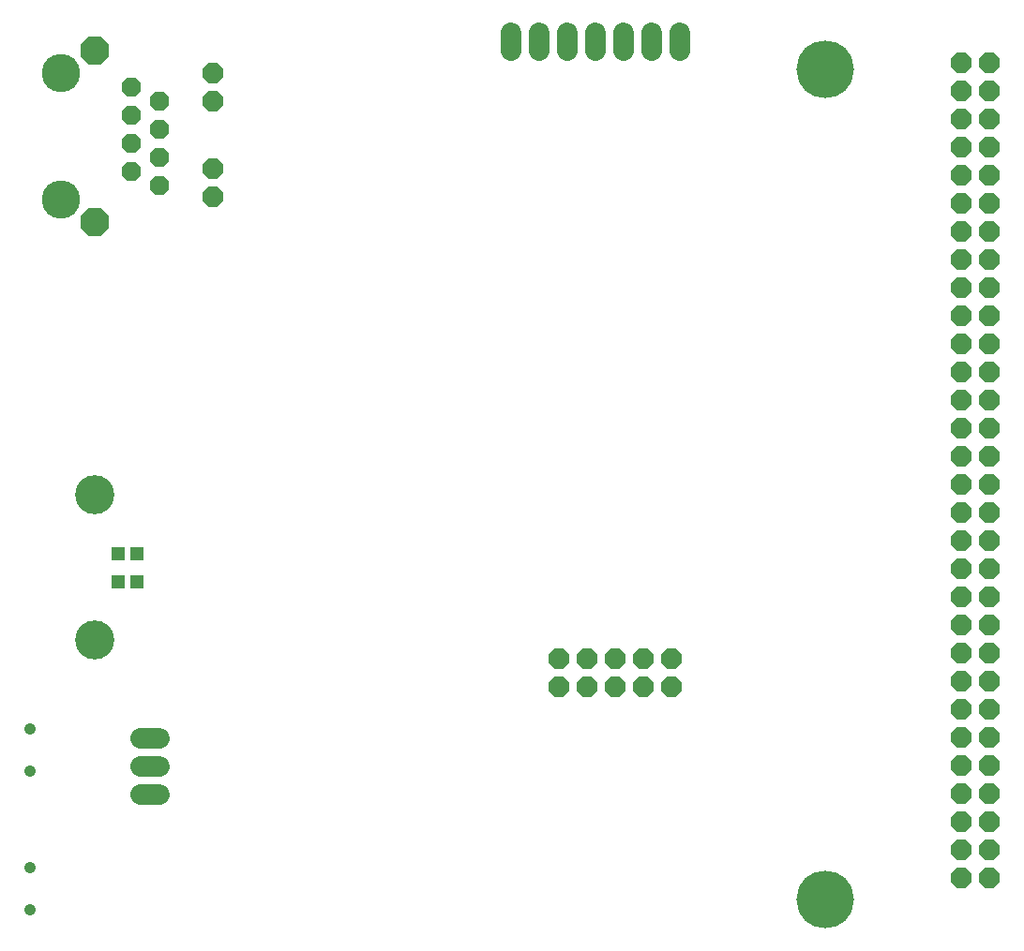
<source format=gbr>
G04 EAGLE Gerber RS-274X export*
G75*
%MOMM*%
%FSLAX34Y34*%
%LPD*%
%INSoldermask Bottom*%
%IPPOS*%
%AMOC8*
5,1,8,0,0,1.08239X$1,22.5*%
G01*
%ADD10C,5.203200*%
%ADD11C,1.053200*%
%ADD12C,3.530600*%
%ADD13C,3.453200*%
%ADD14P,2.768970X8X292.500000*%
%ADD15P,1.853918X8X292.500000*%
%ADD16P,1.962157X8X292.500000*%
%ADD17C,1.828800*%
%ADD18P,1.979475X8X202.500000*%
%ADD19P,1.979475X8X292.500000*%
%ADD20R,1.203200X1.303200*%


D10*
X760000Y50000D03*
X760000Y800000D03*
D11*
X41900Y204300D03*
X41900Y166300D03*
D12*
X100000Y284341D03*
X100000Y415659D03*
D13*
X70000Y797150D03*
X70000Y682850D03*
D14*
X100500Y817550D03*
X100500Y662450D03*
D15*
X133500Y784450D03*
X158900Y771750D03*
X133500Y759050D03*
X158900Y746350D03*
X133500Y733650D03*
X158900Y720950D03*
X158900Y695550D03*
X133500Y708250D03*
D16*
X207200Y797150D03*
X207200Y771750D03*
X207200Y710750D03*
X207200Y685350D03*
D11*
X42000Y79000D03*
X42000Y41000D03*
D17*
X141872Y144600D02*
X158128Y144600D01*
X158128Y170000D02*
X141872Y170000D01*
X141872Y195400D02*
X158128Y195400D01*
X476300Y816872D02*
X476300Y833128D01*
X501700Y833128D02*
X501700Y816872D01*
X527100Y816872D02*
X527100Y833128D01*
X552500Y833128D02*
X552500Y816872D01*
X577900Y816872D02*
X577900Y833128D01*
X603300Y833128D02*
X603300Y816872D01*
X628700Y816872D02*
X628700Y833128D01*
D18*
X620800Y267700D03*
X620800Y242300D03*
X595400Y267700D03*
X595400Y242300D03*
X570000Y267700D03*
X570000Y242300D03*
X544600Y267700D03*
X544600Y242300D03*
X519200Y267700D03*
X519200Y242300D03*
D19*
X882300Y806000D03*
X907700Y806000D03*
X882300Y780600D03*
X907700Y780600D03*
X882300Y755200D03*
X907700Y755200D03*
X882300Y729800D03*
X907700Y729800D03*
X882300Y704400D03*
X907700Y704400D03*
X882300Y679000D03*
X907700Y679000D03*
X882300Y653600D03*
X907700Y653600D03*
X882300Y628200D03*
X907700Y628200D03*
X882300Y602800D03*
X907700Y602800D03*
X882300Y577400D03*
X907700Y577400D03*
X882300Y552000D03*
X907700Y552000D03*
X882300Y526600D03*
X907700Y526600D03*
X882300Y501200D03*
X907700Y501200D03*
X882300Y475800D03*
X907700Y475800D03*
X882300Y450400D03*
X907700Y450400D03*
X882300Y425000D03*
X907700Y425000D03*
X882300Y399600D03*
X907700Y399600D03*
X882300Y374200D03*
X907700Y374200D03*
X882300Y348800D03*
X907700Y348800D03*
X882300Y323400D03*
X907700Y323400D03*
X882300Y298000D03*
X907700Y298000D03*
X882300Y272600D03*
X907700Y272600D03*
X882300Y247200D03*
X907700Y247200D03*
X882300Y221800D03*
X907700Y221800D03*
X882300Y196400D03*
X907700Y196400D03*
X882300Y171000D03*
X907700Y171000D03*
X882300Y145600D03*
X907700Y145600D03*
X882300Y120200D03*
X907700Y120200D03*
X882300Y94800D03*
X907700Y94800D03*
X882300Y69400D03*
X907700Y69400D03*
D20*
X121500Y362500D03*
X138500Y362500D03*
X121500Y337500D03*
X138500Y337500D03*
M02*

</source>
